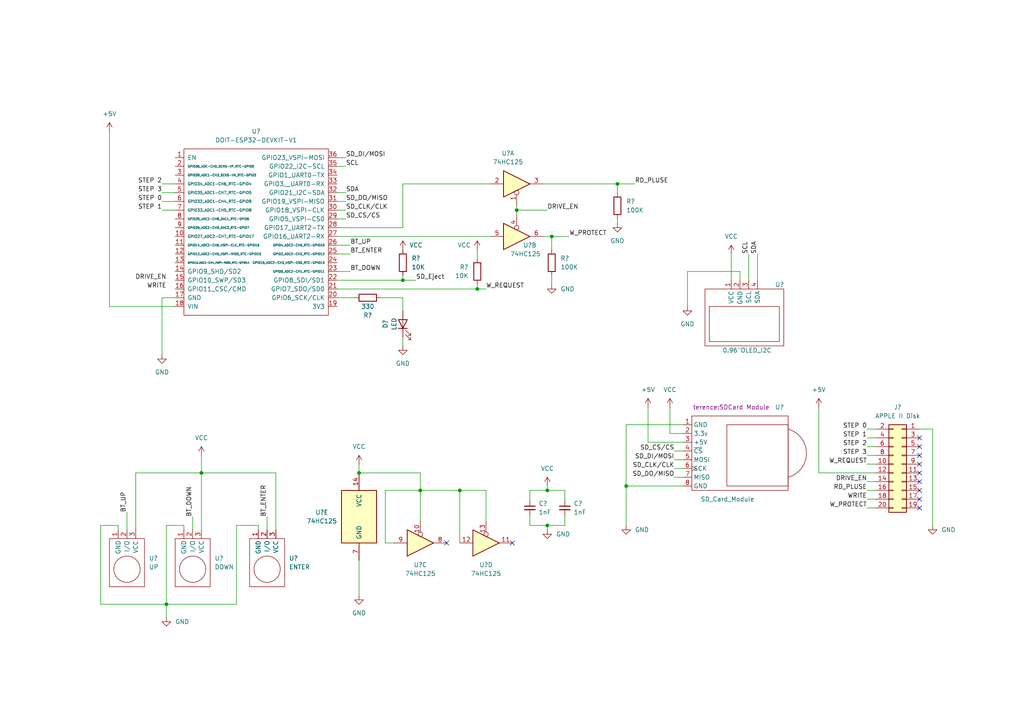
<source format=kicad_sch>
(kicad_sch (version 20211123) (generator eeschema)
  (paper "A4")
  (lib_symbols
    (symbol "74xx_IEEE:74HC125" (pin_names (offset 1.016))
      (property "Reference" "U" (at 0 1.27 0))
      (property "Value" "74HC125" (at 0 -1.27 0))
      (symbol "74HC125_1_0"
        (polyline (pts (xy -3.81 3.81) (xy -3.81 -3.81) (xy 3.81 0) (xy -3.81 3.81)) (stroke (width 0.254)) (fill (type background)))
        (pin input inverted (at 0 -6.35 90) (length 4.445) (name "~") (number "1"))
        (pin input line (at -7.62 0 0) (length 3.81) (name "~") (number "2"))
        (pin tri_state line (at 7.62 0 180) (length 3.81) (name "~") (number "3"))
      )
      (symbol "74HC125_2_0"
        (polyline (pts (xy -3.81 3.81) (xy -3.81 -3.81) (xy 3.81 0) (xy -3.81 3.81)) (stroke (width 0.254)) (fill (type background)))
        (pin input inverted (at 0 -6.35 90) (length 4.445) (name "~") (number "4"))
        (pin input line (at -7.62 0 0) (length 3.81) (name "~") (number "5"))
        (pin tri_state line (at 7.62 0 180) (length 3.81) (name "~") (number "6"))
      )
      (symbol "74HC125_3_0"
        (polyline (pts (xy -3.81 3.81) (xy -3.81 -3.81) (xy 3.81 0) (xy -3.81 3.81)) (stroke (width 0.254)) (fill (type background)))
        (pin input inverted (at 0 -6.35 90) (length 4.445) (name "~") (number "10"))
        (pin tri_state line (at 7.62 0 180) (length 3.81) (name "~") (number "8"))
        (pin input line (at -7.62 0 0) (length 3.81) (name "~") (number "9"))
      )
      (symbol "74HC125_4_0"
        (polyline (pts (xy -3.81 3.81) (xy -3.81 -3.81) (xy 3.81 0) (xy -3.81 3.81)) (stroke (width 0.254)) (fill (type background)))
        (pin tri_state line (at 7.62 0 180) (length 3.81) (name "~") (number "11"))
        (pin input line (at -7.62 0 0) (length 3.81) (name "~") (number "12"))
        (pin input inverted (at 0 -6.35 90) (length 4.445) (name "~") (number "13"))
      )
      (symbol "74HC125_5_0"
        (pin power_in line (at 0 12.7 270) (length 5.08) (name "VCC") (number "14"))
        (pin power_in line (at 0 -12.7 90) (length 5.08) (name "GND") (number "7"))
      )
      (symbol "74HC125_5_1"
        (rectangle (start -5.08 7.62) (end 5.08 -7.62) (stroke (width 0.254)) (fill (type background)))
      )
    )
    (symbol "Connector_Generic:Conn_02x10_Odd_Even" (pin_names (offset 1.016) hide)
      (property "Reference" "J" (at 1.27 12.7 0))
      (property "Value" "Conn_02x10_Odd_Even" (at 1.27 -15.24 0))
      (symbol "Conn_02x10_Odd_Even_1_1"
        (rectangle (start -1.27 -12.573) (end 0 -12.827) (stroke (width 0.1524)))
        (rectangle (start -1.27 -10.033) (end 0 -10.287) (stroke (width 0.1524)))
        (rectangle (start -1.27 -7.493) (end 0 -7.747) (stroke (width 0.1524)))
        (rectangle (start -1.27 -4.953) (end 0 -5.207) (stroke (width 0.1524)))
        (rectangle (start -1.27 -2.413) (end 0 -2.667) (stroke (width 0.1524)))
        (rectangle (start -1.27 0.127) (end 0 -0.127) (stroke (width 0.1524)))
        (rectangle (start -1.27 2.667) (end 0 2.413) (stroke (width 0.1524)))
        (rectangle (start -1.27 5.207) (end 0 4.953) (stroke (width 0.1524)))
        (rectangle (start -1.27 7.747) (end 0 7.493) (stroke (width 0.1524)))
        (rectangle (start -1.27 10.287) (end 0 10.033) (stroke (width 0.1524)))
        (rectangle (start -1.27 11.43) (end 3.81 -13.97) (stroke (width 0.254)) (fill (type background)))
        (rectangle (start 3.81 -12.573) (end 2.54 -12.827) (stroke (width 0.1524)))
        (rectangle (start 3.81 -10.033) (end 2.54 -10.287) (stroke (width 0.1524)))
        (rectangle (start 3.81 -7.493) (end 2.54 -7.747) (stroke (width 0.1524)))
        (rectangle (start 3.81 -4.953) (end 2.54 -5.207) (stroke (width 0.1524)))
        (rectangle (start 3.81 -2.413) (end 2.54 -2.667) (stroke (width 0.1524)))
        (rectangle (start 3.81 0.127) (end 2.54 -0.127) (stroke (width 0.1524)))
        (rectangle (start 3.81 2.667) (end 2.54 2.413) (stroke (width 0.1524)))
        (rectangle (start 3.81 5.207) (end 2.54 4.953) (stroke (width 0.1524)))
        (rectangle (start 3.81 7.747) (end 2.54 7.493) (stroke (width 0.1524)))
        (rectangle (start 3.81 10.287) (end 2.54 10.033) (stroke (width 0.1524)))
        (pin passive line (at -5.08 10.16 0) (length 3.81) (name "Pin_1") (number "1"))
        (pin passive line (at 7.62 0 180) (length 3.81) (name "Pin_10") (number "10"))
        (pin passive line (at -5.08 -2.54 0) (length 3.81) (name "Pin_11") (number "11"))
        (pin passive line (at 7.62 -2.54 180) (length 3.81) (name "Pin_12") (number "12"))
        (pin passive line (at -5.08 -5.08 0) (length 3.81) (name "Pin_13") (number "13"))
        (pin passive line (at 7.62 -5.08 180) (length 3.81) (name "Pin_14") (number "14"))
        (pin passive line (at -5.08 -7.62 0) (length 3.81) (name "Pin_15") (number "15"))
        (pin passive line (at 7.62 -7.62 180) (length 3.81) (name "Pin_16") (number "16"))
        (pin passive line (at -5.08 -10.16 0) (length 3.81) (name "Pin_17") (number "17"))
        (pin passive line (at 7.62 -10.16 180) (length 3.81) (name "Pin_18") (number "18"))
        (pin passive line (at -5.08 -12.7 0) (length 3.81) (name "Pin_19") (number "19"))
        (pin passive line (at 7.62 10.16 180) (length 3.81) (name "Pin_2") (number "2"))
        (pin passive line (at 7.62 -12.7 180) (length 3.81) (name "Pin_20") (number "20"))
        (pin passive line (at -5.08 7.62 0) (length 3.81) (name "Pin_3") (number "3"))
        (pin passive line (at 7.62 7.62 180) (length 3.81) (name "Pin_4") (number "4"))
        (pin passive line (at -5.08 5.08 0) (length 3.81) (name "Pin_5") (number "5"))
        (pin passive line (at 7.62 5.08 180) (length 3.81) (name "Pin_6") (number "6"))
        (pin passive line (at -5.08 2.54 0) (length 3.81) (name "Pin_7") (number "7"))
        (pin passive line (at 7.62 2.54 180) (length 3.81) (name "Pin_8") (number "8"))
        (pin passive line (at -5.08 0 0) (length 3.81) (name "Pin_9") (number "9"))
      )
    )
    (symbol "Device:C_Small" (pin_numbers hide) (pin_names (offset 0.254) hide)
      (property "Reference" "C" (at 0.254 1.778 0))
      (property "Value" "C_Small" (at 0.254 -2.032 0))
      (symbol "C_Small_0_1"
        (polyline (pts (xy -1.524 -0.508) (xy 1.524 -0.508)) (stroke (width 0.3302)))
        (polyline (pts (xy -1.524 0.508) (xy 1.524 0.508)) (stroke (width 0.3048)))
      )
      (symbol "C_Small_1_1"
        (pin passive line (at 0 2.54 270) (length 2.032) (name "~") (number "1"))
        (pin passive line (at 0 -2.54 90) (length 2.032) (name "~") (number "2"))
      )
    )
    (symbol "Device:LED" (pin_numbers hide) (pin_names (offset 1.016) hide)
      (property "Reference" "D" (at 0 2.54 0))
      (property "Value" "LED" (at 0 -2.54 0))
      (symbol "LED_0_1"
        (polyline (pts (xy -1.27 -1.27) (xy -1.27 1.27)) (stroke (width 0.254)))
        (polyline (pts (xy -1.27 0) (xy 1.27 0)))
        (polyline (pts (xy 1.27 -1.27) (xy 1.27 1.27) (xy -1.27 0) (xy 1.27 -1.27)) (stroke (width 0.254)))
        (polyline (pts (xy -3.048 -0.762) (xy -4.572 -2.286) (xy -3.81 -2.286) (xy -4.572 -2.286) (xy -4.572 -1.524)))
        (polyline (pts (xy -1.778 -0.762) (xy -3.302 -2.286) (xy -2.54 -2.286) (xy -3.302 -2.286) (xy -3.302 -1.524)))
      )
      (symbol "LED_1_1"
        (pin passive line (at -3.81 0 0) (length 2.54) (name "K") (number "1"))
        (pin passive line (at 3.81 0 180) (length 2.54) (name "A") (number "2"))
      )
    )
    (symbol "Device:R" (pin_numbers hide) (pin_names (offset 0))
      (property "Reference" "R" (at 2.032 0 90))
      (property "Value" "R" (at 0 0 90))
      (symbol "R_0_1"
        (rectangle (start -1.016 -2.54) (end 1.016 2.54) (stroke (width 0.254)))
      )
      (symbol "R_1_1"
        (pin passive line (at 0 3.81 270) (length 1.27) (name "~") (number "1"))
        (pin passive line (at 0 -3.81 90) (length 1.27) (name "~") (number "2"))
      )
    )
    (symbol "TP223_1"
      (property "Reference" "U?" (at 6.35 -6.9849 0))
      (property "Value" "TP223_1" (at 6.35 -9.5249 0))
      (symbol "TP223_1_0_1"
        (rectangle (start -5.08 -1.27) (end 5.08 -15.24))
        (circle (center 0 -10.16) (radius 3.81))
      )
      (symbol "TP223_1_1_1"
        (pin power_in line (at -2.54 1.27 270) (length 2.54) (name "GND") (number "1"))
        (pin output line (at 0 1.27 270) (length 2.54) (name "I/O") (number "2"))
        (pin output line (at 2.54 1.27 270) (length 2.54) (name "VCC") (number "3"))
      )
    )
    (symbol "TP223_2"
      (property "Reference" "U?" (at 6.35 -6.9849 0))
      (property "Value" "TP223_2" (at 6.35 -9.5249 0))
      (symbol "TP223_2_0_1"
        (rectangle (start -5.08 -1.27) (end 5.08 -15.24))
        (circle (center 0 -10.16) (radius 3.81))
      )
      (symbol "TP223_2_1_1"
        (pin power_in line (at -2.54 1.27 270) (length 2.54) (name "GND") (number "1"))
        (pin output line (at 0 1.27 270) (length 2.54) (name "I/O") (number "2"))
        (pin output line (at 2.54 1.27 270) (length 2.54) (name "VCC") (number "3"))
      )
    )
    (symbol "power:+5V" (power) (pin_names (offset 0))
      (property "Value" "+5V" (at 0 3.556 0))
      (symbol "+5V_0_1"
        (polyline (pts (xy -0.762 1.27) (xy 0 2.54)))
        (polyline (pts (xy 0 0) (xy 0 2.54)))
        (polyline (pts (xy 0 2.54) (xy 0.762 1.27)))
      )
      (symbol "+5V_1_1"
        (pin power_in line (at 0 0 90) (length 0) hide (name "+5V") (number "1"))
      )
    )
    (symbol "power:GND" (power) (pin_names (offset 0))
      (property "Value" "GND" (at 0 -3.81 0))
      (symbol "GND_0_1"
        (polyline (pts (xy 0 0) (xy 0 -1.27) (xy 1.27 -1.27) (xy 0 -2.54) (xy -1.27 -1.27) (xy 0 -1.27)))
      )
      (symbol "GND_1_1"
        (pin power_in line (at 0 0 270) (length 0) hide (name "GND") (number "1"))
      )
    )
    (symbol "power:VCC" (power) (pin_names (offset 0))
      (property "Value" "VCC" (at 0 3.81 0))
      (symbol "VCC_0_1"
        (polyline (pts (xy -0.762 1.27) (xy 0 2.54)))
        (polyline (pts (xy 0 0) (xy 0 2.54)))
        (polyline (pts (xy 0 2.54) (xy 0.762 1.27)))
      )
      (symbol "VCC_1_1"
        (pin power_in line (at 0 0 90) (length 0) hide (name "VCC") (number "1"))
      )
    )
    (symbol "terence:0.96{dblquote}OLED_I2C"
      (property "Reference" "U" (at 1.27 1.27 0))
      (property "Value" "0.96{dblquote}OLED_I2C" (at 11.43 -19.05 0))
      (symbol "0.96{dblquote}OLED_I2C_0_1"
        (rectangle (start 0 0) (end 22.86 -16.51))
        (rectangle (start 1.27 -5.08) (end 21.59 -15.24))
      )
      (symbol "0.96{dblquote}OLED_I2C_1_1"
        (pin power_in line (at 7.62 2.54 270) (length 2.54) (name "VCC") (number "1"))
        (pin power_in line (at 10.16 2.54 270) (length 2.54) (name "GND") (number "2"))
        (pin power_in line (at 12.7 2.54 270) (length 2.54) (name "SCL") (number "3"))
        (pin power_in line (at 15.24 2.54 270) (length 2.54) (name "SDA") (number "4"))
      )
    )
    (symbol "terence:DOIT-ESP32-DEVKIT-V1" (pin_names (offset 1.016))
      (property "Reference" "U" (at -1.27 11.43 0))
      (property "Value" "DOIT-ESP32-DEVKIT-V1" (at 0 13.97 0))
      (symbol "DOIT-ESP32-DEVKIT-V1_0_1"
        (rectangle (start 20.32 10.16) (end -21.59 -38.1))
      )
      (symbol "DOIT-ESP32-DEVKIT-V1_1_1"
        (pin output line (at -24.13 7.62 0) (length 2.54) (name "EN") (number "1"))
        (pin bidirectional line (at -24.13 -15.24 0) (length 2.54) (name "GPIO27_ADC2-CH7_RTC-GPIO17") (number "10"))
        (pin bidirectional line (at -24.13 -17.78 0) (length 2.54) (name "GPIO14_ADC2-CH6_HSPI-CLK_RTC-GPIO16") (number "11"))
        (pin bidirectional line (at -24.13 -20.32 0) (length 2.54) (name "GPIO12_ADC2-CH5_HSPI-MISO_RTC-GPIO15") (number "12"))
        (pin bidirectional line (at -24.13 -22.86 0) (length 2.54) (name "GPIO13_ADC2-CH4_HSPI-MOSI_RTC-GPIO14") (number "13"))
        (pin unspecified line (at -24.13 -25.4 0) (length 2.54) (name "GPIO9_SHD/SD2") (number "14"))
        (pin unspecified line (at -24.13 -27.94 0) (length 2.54) (name "GPIO10_SWP/SD3") (number "15"))
        (pin unspecified line (at -24.13 -30.48 0) (length 2.54) (name "GPIO11_CSC/CMD") (number "16"))
        (pin bidirectional line (at -24.13 -33.02 0) (length 2.54) (name "GND") (number "17"))
        (pin bidirectional line (at -24.13 -35.56 0) (length 2.54) (name "VIN") (number "18"))
        (pin output line (at 22.86 -35.56 180) (length 2.54) (name "3V3") (number "19"))
        (pin bidirectional line (at -24.13 5.08 0) (length 2.54) (name "GPIO36_ADC-CH0_SENS-VP_RTC-GPIO0") (number "2"))
        (pin unspecified line (at 22.86 -33.02 180) (length 2.54) (name "GPIO6_SCK/CLK") (number "20"))
        (pin unspecified line (at 22.86 -30.48 180) (length 2.54) (name "GPIO7_SDO/SD0") (number "21"))
        (pin unspecified line (at 22.86 -27.94 180) (length 2.54) (name "GPIO8_SDI/SD1") (number "22"))
        (pin bidirectional line (at 22.86 -25.4 180) (length 2.54) (name "GPIO0_ADC2-CH1_RTC-GPIO11") (number "23"))
        (pin bidirectional line (at 22.86 -22.86 180) (length 2.54) (name "GPIO15_ADC2-CH3_HSPI-CS0_RTC-GPIO13") (number "24"))
        (pin bidirectional line (at 22.86 -20.32 180) (length 2.54) (name "GPIO2_ADC2-CH2_RTC-GPIO12") (number "25"))
        (pin bidirectional line (at 22.86 -17.78 180) (length 2.54) (name "GPIO4_ADC2-CH0_RTC-GPIO10") (number "26"))
        (pin bidirectional line (at 22.86 -15.24 180) (length 2.54) (name "GPIO16_UART2-RX") (number "27"))
        (pin bidirectional line (at 22.86 -12.7 180) (length 2.54) (name "GPIO17_UART2-TX") (number "28"))
        (pin bidirectional line (at 22.86 -10.16 180) (length 2.54) (name "GPIO5_VSPI-CS0") (number "29"))
        (pin bidirectional line (at -24.13 2.54 0) (length 2.54) (name "GPIO39_ADC1-CH3_SENS-VN_RTC-GPIO3") (number "3"))
        (pin bidirectional line (at 22.86 -7.62 180) (length 2.54) (name "GPIO18_VSPI-CLK") (number "30"))
        (pin bidirectional line (at 22.86 -5.08 180) (length 2.54) (name "GPIO19_VSPI-MISO") (number "31"))
        (pin bidirectional line (at 22.86 -2.54 180) (length 2.54) (name "GPIO21_I2C-SDA") (number "32"))
        (pin bidirectional line (at 22.86 0 180) (length 2.54) (name "GPIO3__UART0-RX") (number "33"))
        (pin bidirectional line (at 22.86 2.54 180) (length 2.54) (name "GPIO1_UART0-TX") (number "34"))
        (pin bidirectional line (at 22.86 5.08 180) (length 2.54) (name "GPIO22_I2C-SCL") (number "35"))
        (pin bidirectional line (at 22.86 7.62 180) (length 2.54) (name "GPIO23_VSPI-MOSI") (number "36"))
        (pin bidirectional line (at -24.13 0 0) (length 2.54) (name "GPIO34_ADC1-CH6_RTC-GPIO4") (number "4"))
        (pin bidirectional line (at -24.13 -2.54 0) (length 2.54) (name "GPIO35_ADC1-CH7_RTC-GPIO5") (number "5"))
        (pin bidirectional line (at -24.13 -5.08 0) (length 2.54) (name "GPIO32_ADC1-CH4_RTC-GPIO9") (number "6"))
        (pin bidirectional line (at -24.13 -7.62 0) (length 2.54) (name "GPIO33_ADC1-CH5_RTC-GPIO8") (number "7"))
        (pin bidirectional line (at -24.13 -10.16 0) (length 2.54) (name "GPIO25_ADC2-CH8_DAC1_RTC-GPIO6") (number "8"))
        (pin bidirectional line (at -24.13 -12.7 0) (length 2.54) (name "GPIO26_ADC2-CH9_DAC2_RTC-GPIO7") (number "9"))
      )
    )
    (symbol "terence:SD_Card_Module"
      (property "Reference" "U" (at -10.16 -1.27 0))
      (property "Value" "SD_Card_Module" (at 3.81 -1.27 0))
      (symbol "SD_Card_Module_0_1"
        (rectangle (start -11.43 -2.54) (end 16.51 -24.13))
        (rectangle (start -1.27 -5.08) (end 16.51 -22.86))
        (arc (start 16.51 -20.32) (mid 25.7169 -13.335) (end 16.51 -6.35))
      )
      (symbol "SD_Card_Module_1_1"
        (pin power_in line (at -13.97 -5.08 0) (length 2.54) (name "GND") (number "1"))
        (pin power_in line (at -13.97 -7.62 0) (length 2.54) (name "3.3v") (number "2"))
        (pin power_in line (at -13.97 -10.16 0) (length 2.54) (name "+5V") (number "3"))
        (pin input line (at -13.97 -12.7 0) (length 2.54) (name "~{CS}") (number "4"))
        (pin output line (at -13.97 -15.24 0) (length 2.54) (name "MOSI") (number "5"))
        (pin input clock (at -13.97 -17.78 0) (length 2.54) (name "SCK") (number "6"))
        (pin input line (at -13.97 -20.32 0) (length 2.54) (name "MISO") (number "7"))
        (pin power_in line (at -13.97 -22.86 0) (length 2.54) (name "GND") (number "8"))
      )
    )
    (symbol "terence:TP223"
      (property "Reference" "U?" (at 6.35 -6.9849 0))
      (property "Value" "TP223" (at 6.35 -9.5249 0))
      (symbol "TP223_0_1"
        (rectangle (start -5.08 -1.27) (end 5.08 -15.24))
        (circle (center 0 -10.16) (radius 3.81))
      )
      (symbol "TP223_1_1"
        (pin power_in line (at -2.54 1.27 270) (length 2.54) (name "GND") (number "1"))
        (pin output line (at 0 1.27 270) (length 2.54) (name "I/O") (number "2"))
        (pin output line (at 2.54 1.27 270) (length 2.54) (name "VCC") (number "3"))
      )
    )
  )
  (junction (at 121.92 142.24))
  (junction (at 133.35 142.24))
  (junction (at 149.86 60.96))
  (junction (at 160.02 68.58))
  (junction (at 181.61 140.97))
  (junction (at 116.84 81.28))
  (junction (at 158.75 142.24))
  (junction (at 48.26 175.26))
  (junction (at 179.07 53.34))
  (junction (at 58.42 137.16))
  (junction (at 158.75 152.4))
  (junction (at 104.14 137.16))
  (junction (at 138.43 83.82))
  (no_connect (at 266.7 137.16))
  (no_connect (at 266.7 127))
  (no_connect (at 148.59 157.48))
  (no_connect (at 266.7 147.32))
  (no_connect (at 266.7 134.62))
  (no_connect (at 266.7 142.24))
  (no_connect (at 266.7 132.08))
  (no_connect (at 266.7 144.78))
  (no_connect (at 266.7 139.7))
  (no_connect (at 129.54 157.48))
  (no_connect (at 266.7 129.54))
  (wire (pts (xy 58.42 153.67) (xy 58.42 137.16)))
  (wire (pts (xy 116.84 90.17) (xy 116.84 86.36)))
  (wire (pts (xy 181.61 123.19) (xy 181.61 140.97)))
  (wire (pts (xy 149.86 60.96) (xy 149.86 62.23)))
  (wire (pts (xy 121.92 137.16) (xy 104.14 137.16)))
  (wire (pts (xy 142.24 53.34) (xy 116.84 53.34)))
  (wire (pts (xy 31.75 38.1) (xy 31.75 88.9)))
  (wire (pts (xy 179.07 63.5) (xy 179.07 64.77)))
  (wire (pts (xy 48.26 152.4) (xy 48.26 175.26)))
  (wire (pts (xy 195.58 135.89) (xy 198.12 135.89)))
  (wire (pts (xy 219.71 73.66) (xy 219.71 81.28)))
  (wire (pts (xy 97.79 63.5) (xy 100.33 63.5)))
  (wire (pts (xy 97.79 58.42) (xy 100.33 58.42)))
  (wire (pts (xy 251.46 132.08) (xy 254 132.08)))
  (wire (pts (xy 138.43 72.39) (xy 138.43 74.93)))
  (wire (pts (xy 163.83 142.24) (xy 163.83 144.78)))
  (wire (pts (xy 121.92 142.24) (xy 121.92 137.16)))
  (wire (pts (xy 195.58 130.81) (xy 198.12 130.81)))
  (wire (pts (xy 111.76 142.24) (xy 121.92 142.24)))
  (wire (pts (xy 74.93 153.67) (xy 74.93 152.4)))
  (wire (pts (xy 153.67 149.86) (xy 153.67 152.4)))
  (wire (pts (xy 158.75 140.97) (xy 158.75 142.24)))
  (wire (pts (xy 46.99 60.96) (xy 50.8 60.96)))
  (wire (pts (xy 251.46 134.62) (xy 254 134.62)))
  (wire (pts (xy 31.75 88.9) (xy 50.8 88.9)))
  (wire (pts (xy 80.01 153.67) (xy 80.01 137.16)))
  (wire (pts (xy 97.79 66.04) (xy 116.84 66.04)))
  (wire (pts (xy 121.92 142.24) (xy 133.35 142.24)))
  (wire (pts (xy 194.31 125.73) (xy 198.12 125.73)))
  (wire (pts (xy 160.02 80.01) (xy 160.02 82.55)))
  (wire (pts (xy 157.48 53.34) (xy 179.07 53.34)))
  (wire (pts (xy 195.58 138.43) (xy 198.12 138.43)))
  (wire (pts (xy 29.21 152.4) (xy 29.21 175.26)))
  (wire (pts (xy 251.46 147.32) (xy 254 147.32)))
  (wire (pts (xy 97.79 86.36) (xy 102.87 86.36)))
  (wire (pts (xy 39.37 137.16) (xy 58.42 137.16)))
  (wire (pts (xy 46.99 58.42) (xy 50.8 58.42)))
  (wire (pts (xy 158.75 152.4) (xy 153.67 152.4)))
  (wire (pts (xy 251.46 139.7) (xy 254 139.7)))
  (wire (pts (xy 97.79 48.26) (xy 100.33 48.26)))
  (wire (pts (xy 97.79 55.88) (xy 100.33 55.88)))
  (wire (pts (xy 237.49 137.16) (xy 254 137.16)))
  (wire (pts (xy 97.79 83.82) (xy 138.43 83.82)))
  (wire (pts (xy 251.46 127) (xy 254 127)))
  (wire (pts (xy 104.14 162.56) (xy 104.14 172.72)))
  (wire (pts (xy 116.84 53.34) (xy 116.84 66.04)))
  (wire (pts (xy 39.37 153.67) (xy 39.37 137.16)))
  (wire (pts (xy 217.17 73.66) (xy 217.17 81.28)))
  (wire (pts (xy 149.86 59.69) (xy 149.86 60.96)))
  (wire (pts (xy 55.88 149.86) (xy 55.88 153.67)))
  (wire (pts (xy 36.83 148.59) (xy 36.83 153.67)))
  (wire (pts (xy 114.3 157.48) (xy 111.76 157.48)))
  (wire (pts (xy 158.75 152.4) (xy 158.75 153.67)))
  (wire (pts (xy 212.09 73.66) (xy 212.09 81.28)))
  (wire (pts (xy 34.29 152.4) (xy 34.29 153.67)))
  (wire (pts (xy 46.99 55.88) (xy 50.8 55.88)))
  (wire (pts (xy 97.79 71.12) (xy 101.6 71.12)))
  (wire (pts (xy 53.34 152.4) (xy 48.26 152.4)))
  (wire (pts (xy 163.83 149.86) (xy 163.83 152.4)))
  (wire (pts (xy 68.58 175.26) (xy 48.26 175.26)))
  (wire (pts (xy 214.63 78.74) (xy 199.39 78.74)))
  (wire (pts (xy 158.75 142.24) (xy 163.83 142.24)))
  (wire (pts (xy 266.7 124.46) (xy 270.51 124.46)))
  (wire (pts (xy 138.43 82.55) (xy 138.43 83.82)))
  (wire (pts (xy 195.58 133.35) (xy 198.12 133.35)))
  (wire (pts (xy 68.58 152.4) (xy 68.58 175.26)))
  (wire (pts (xy 110.49 86.36) (xy 116.84 86.36)))
  (wire (pts (xy 58.42 137.16) (xy 80.01 137.16)))
  (wire (pts (xy 149.86 60.96) (xy 158.75 60.96)))
  (wire (pts (xy 157.48 68.58) (xy 160.02 68.58)))
  (wire (pts (xy 251.46 144.78) (xy 254 144.78)))
  (wire (pts (xy 179.07 53.34) (xy 179.07 55.88)))
  (wire (pts (xy 187.96 128.27) (xy 198.12 128.27)))
  (wire (pts (xy 153.67 142.24) (xy 158.75 142.24)))
  (wire (pts (xy 97.79 81.28) (xy 116.84 81.28)))
  (wire (pts (xy 140.97 142.24) (xy 140.97 151.13)))
  (wire (pts (xy 74.93 152.4) (xy 68.58 152.4)))
  (wire (pts (xy 251.46 129.54) (xy 254 129.54)))
  (wire (pts (xy 251.46 124.46) (xy 254 124.46)))
  (wire (pts (xy 97.79 73.66) (xy 101.6 73.66)))
  (wire (pts (xy 194.31 118.11) (xy 194.31 125.73)))
  (wire (pts (xy 58.42 137.16) (xy 58.42 132.08)))
  (wire (pts (xy 251.46 142.24) (xy 254 142.24)))
  (wire (pts (xy 48.26 175.26) (xy 48.26 179.07)))
  (wire (pts (xy 46.99 86.36) (xy 50.8 86.36)))
  (wire (pts (xy 111.76 157.48) (xy 111.76 142.24)))
  (wire (pts (xy 153.67 142.24) (xy 153.67 144.78)))
  (wire (pts (xy 121.92 142.24) (xy 121.92 151.13)))
  (wire (pts (xy 77.47 149.86) (xy 77.47 153.67)))
  (wire (pts (xy 160.02 68.58) (xy 165.1 68.58)))
  (wire (pts (xy 198.12 140.97) (xy 181.61 140.97)))
  (wire (pts (xy 116.84 97.79) (xy 116.84 100.33)))
  (wire (pts (xy 198.12 123.19) (xy 181.61 123.19)))
  (wire (pts (xy 34.29 152.4) (xy 29.21 152.4)))
  (wire (pts (xy 199.39 78.74) (xy 199.39 88.9)))
  (wire (pts (xy 133.35 157.48) (xy 133.35 142.24)))
  (wire (pts (xy 214.63 81.28) (xy 214.63 78.74)))
  (wire (pts (xy 97.79 78.74) (xy 101.6 78.74)))
  (wire (pts (xy 46.99 102.87) (xy 46.99 86.36)))
  (wire (pts (xy 133.35 142.24) (xy 140.97 142.24)))
  (wire (pts (xy 104.14 134.62) (xy 104.14 137.16)))
  (wire (pts (xy 160.02 68.58) (xy 160.02 72.39)))
  (wire (pts (xy 46.99 53.34) (xy 50.8 53.34)))
  (wire (pts (xy 29.21 175.26) (xy 48.26 175.26)))
  (wire (pts (xy 181.61 140.97) (xy 181.61 152.4)))
  (wire (pts (xy 97.79 45.72) (xy 100.33 45.72)))
  (wire (pts (xy 97.79 68.58) (xy 142.24 68.58)))
  (wire (pts (xy 97.79 60.96) (xy 100.33 60.96)))
  (wire (pts (xy 138.43 83.82) (xy 140.97 83.82)))
  (wire (pts (xy 53.34 152.4) (xy 53.34 153.67)))
  (wire (pts (xy 187.96 118.11) (xy 187.96 128.27)))
  (wire (pts (xy 116.84 81.28) (xy 120.65 81.28)))
  (wire (pts (xy 116.84 80.01) (xy 116.84 81.28)))
  (wire (pts (xy 237.49 118.11) (xy 237.49 137.16)))
  (wire (pts (xy 179.07 53.34) (xy 184.15 53.34)))
  (wire (pts (xy 270.51 124.46) (xy 270.51 152.4)))
  (wire (pts (xy 158.75 152.4) (xy 163.83 152.4)))
  (label "STEP 2" (at 46.99 53.34 180))
  (label "STEP 0" (at 46.99 58.42 180))
  (label "DRIVE_EN" (at 48.26 81.28 180))
  (label "DRIVE_EN" (at 251.46 139.7 180))
  (label "W_PROTECT" (at 251.46 147.32 180))
  (label "SCL" (at 217.17 73.66 90))
  (label "WRITE" (at 251.46 144.78 180))
  (label "RD_PLUSE" (at 251.46 142.24 180))
  (label "SD_CLK{slash}CLK" (at 195.58 135.89 180))
  (label "SD_DO{slash}MISO" (at 195.58 138.43 180))
  (label "SD_DI{slash}MOSI" (at 195.58 133.35 180))
  (label "SD_CS{slash}CS" (at 195.58 130.81 180))
  (label "STEP 3" (at 251.46 132.08 180))
  (label "SCL" (at 100.33 48.26 0))
  (label "SDA" (at 219.71 73.66 90))
  (label "RD_PLUSE" (at 184.15 53.34 0))
  (label "W_REQUEST" (at 140.97 83.82 0))
  (label "DRIVE_EN" (at 158.75 60.96 0))
  (label "BT_DOWN" (at 101.6 78.74 0))
  (label "STEP 0" (at 251.46 124.46 180))
  (label "SD_CS{slash}CS" (at 100.33 63.5 0))
  (label "STEP 1" (at 46.99 60.96 180))
  (label "BT_ENTER" (at 77.47 149.86 90))
  (label "SD_CLK{slash}CLK" (at 100.33 60.96 0))
  (label "STEP 3" (at 46.99 55.88 180))
  (label "SD_Eject" (at 120.65 81.28 0))
  (label "W_REQUEST" (at 251.46 134.62 180))
  (label "STEP 2" (at 251.46 129.54 180))
  (label "BT_UP" (at 36.83 148.59 90))
  (label "BT_UP" (at 101.6 71.12 0))
  (label "STEP 1" (at 251.46 127 180))
  (label "WRITE" (at 48.26 83.82 180))
  (label "BT_ENTER" (at 101.6 73.66 0))
  (label "SD_DI{slash}MOSI" (at 100.33 45.72 0))
  (label "W_PROTECT" (at 165.1 68.58 0))
  (label "SDA" (at 100.33 55.88 0))
  (label "BT_DOWN" (at 55.88 149.86 90))
  (label "SD_DO{slash}MISO" (at 100.33 58.42 0))
  (symbol (lib_id "Device:R") (at 116.84 76.2 0) (unit 1)
    (property "Reference" "R?" (at 119.38 74.9299 0) (effects (justify left)))
    (property "Value" "10K" (at 119.38 77.4699 0) (effects (justify left)))
    (property "Footprint" "Resistor_SMD:R_0805_2012Metric" (effects hide))
  )
  (symbol (lib_id "power:VCC") (at 194.31 118.11 0) (unit 1)
    (property "Reference" "#PWR?" (effects hide))
    (property "Value" "VCC" (at 194.31 113.03 0))
  )
  (symbol (lib_id "power:VCC") (at 212.09 73.66 0) (unit 1)
    (property "Reference" "#PWR?" (effects hide))
    (property "Value" "VCC" (at 212.09 68.58 0))
  )
  (symbol (lib_id "power:GND") (at 104.14 172.72 0) (unit 1)
    (property "Reference" "#PWR?" (effects hide))
    (property "Value" "GND" (at 104.14 177.8 0))
  )
  (symbol (lib_id "Device:R") (at 179.07 59.69 0) (unit 1)
    (property "Reference" "R?" (at 181.61 58.4199 0) (effects (justify left)))
    (property "Value" "100K" (at 181.61 60.9599 0) (effects (justify left)))
    (property "Footprint" "Resistor_SMD:R_0805_2012Metric" (effects hide))
  )
  (symbol (lib_id "power:+5V") (at 31.75 38.1 0) (unit 1)
    (property "Reference" "#PWR?" (effects hide))
    (property "Value" "+5V" (at 31.75 33.02 0))
  )
  (symbol (lib_id "Device:C_Small") (at 153.67 147.32 0) (unit 1)
    (property "Reference" "C?" (at 156.21 146.05 0) (effects (justify left)))
    (property "Value" "1nF" (at 156.21 148.59 0) (effects (justify left)))
    (property "Footprint" "Capacitor_SMD:C_0805_2012Metric" (effects hide))
  )
  (symbol (lib_id "74xx_IEEE:74HC125") (at 149.86 53.34 0) (unit 1)
    (property "Reference" "U?" (at 147.32 44.45 0))
    (property "Value" "74HC125" (at 147.32 46.99 0))
    (property "Footprint" "Package_DIP:DIP-14_W7.62mm" (effects hide))
    (property "Datasheet" "http://www.ti.com/lit/gpn/sn74LS125" (effects hide))
  )
  (symbol (lib_id "power:VCC") (at 138.43 72.39 0) (mirror y) (unit 1)
    (property "Reference" "#PWR?" (effects hide))
    (property "Value" "VCC" (at 134.62 71.12 0))
  )
  (symbol (lib_name "TP223_2") (lib_id "terence:TP223") (at 77.47 154.94 0) (unit 1)
    (property "Reference" "U?" (at 83.82 161.9249 0) (effects (justify left)))
    (property "Value" "ENTER" (at 83.82 164.4649 0) (effects (justify left)))
    (property "Footprint" "terence:TP223" (effects hide))
  )
  (symbol (lib_id "74xx_IEEE:74HC125") (at 140.97 157.48 0) (mirror x) (unit 4)
    (property "Reference" "U?" (at 140.97 163.83 0))
    (property "Value" "74HC125" (at 140.97 166.37 0))
    (property "Footprint" "Package_DIP:DIP-14_W7.62mm" (effects hide))
    (property "Datasheet" "http://www.ti.com/lit/gpn/sn74LS125" (effects hide))
  )
  (symbol (lib_id "power:GND") (at 199.39 88.9 0) (unit 1)
    (property "Reference" "#PWR?" (effects hide))
    (property "Value" "GND" (at 199.39 93.98 0))
  )
  (symbol (lib_id "terence:0.96{dblquote}OLED_I2C") (at 204.47 83.82 0) (unit 1)
    (property "Reference" "U?" (at 224.79 82.55 0) (effects (justify left)))
    (property "Value" "0.96\"OLED_I2C" (at 209.55 101.6 0) (effects (justify left)))
    (property "Footprint" "terence:0.96OLED I2C" (effects hide))
  )
  (symbol (lib_id "power:VCC") (at 158.75 140.97 0) (unit 1)
    (property "Reference" "#PWR?" (effects hide))
    (property "Value" "VCC" (at 158.75 135.89 0))
  )
  (symbol (lib_id "terence:SD_Card_Module") (at 212.09 118.11 0) (unit 1)
    (property "Reference" "U?" (at 224.79 118.11 0) (effects (justify left)))
    (property "Value" "SD_Card_Module" (at 203.2 144.78 0) (effects (justify left)))
    (property "Footprint" "terence:SDCard Module" (at 212.09 118.11 0))
  )
  (symbol (lib_id "Device:R") (at 138.43 78.74 0) (mirror y) (unit 1)
    (property "Reference" "R?" (at 135.89 77.4699 0) (effects (justify left)))
    (property "Value" "10K" (at 135.89 80.0099 0) (effects (justify left)))
    (property "Footprint" "Resistor_SMD:R_0805_2012Metric" (effects hide))
  )
  (symbol (lib_id "power:+5V") (at 187.96 118.11 0) (unit 1)
    (property "Reference" "#PWR?" (effects hide))
    (property "Value" "+5V" (at 187.96 113.03 0))
  )
  (symbol (lib_id "Device:R") (at 160.02 76.2 0) (unit 1)
    (property "Reference" "R?" (at 162.56 74.9299 0) (effects (justify left)))
    (property "Value" "100K" (at 162.56 77.4699 0) (effects (justify left)))
    (property "Footprint" "Resistor_SMD:R_0805_2012Metric" (effects hide))
  )
  (symbol (lib_id "power:GND") (at 160.02 82.55 0) (unit 1)
    (property "Reference" "#PWR?" (effects hide))
    (property "Value" "GND" (at 162.56 83.8199 0) (effects (justify left)))
  )
  (symbol (lib_id "terence:DOIT-ESP32-DEVKIT-V1") (at 74.93 53.34 0) (unit 1)
    (property "Reference" "U?" (at 74.295 38.1 0))
    (property "Value" "DOIT-ESP32-DEVKIT-V1" (at 74.295 40.64 0))
  )
  (symbol (lib_id "power:VCC") (at 116.84 72.39 0) (unit 1)
    (property "Reference" "#PWR?" (effects hide))
    (property "Value" "VCC" (at 120.65 71.12 0))
  )
  (symbol (lib_id "power:VCC") (at 104.14 134.62 0) (unit 1)
    (property "Reference" "#PWR?" (effects hide))
    (property "Value" "VCC" (at 104.14 129.54 0))
  )
  (symbol (lib_id "Device:C_Small") (at 163.83 147.32 0) (unit 1)
    (property "Reference" "C?" (at 166.37 146.05 0) (effects (justify left)))
    (property "Value" "1nF" (at 166.37 148.59 0) (effects (justify left)))
    (property "Footprint" "Capacitor_SMD:C_0805_2012Metric" (effects hide))
  )
  (symbol (lib_id "power:GND") (at 270.51 152.4 0) (unit 1)
    (property "Reference" "#PWR?" (effects hide))
    (property "Value" "GND" (at 273.05 153.6699 0) (effects (justify left)))
  )
  (symbol (lib_id "power:GND") (at 116.84 100.33 0) (unit 1)
    (property "Reference" "#PWR?" (effects hide))
    (property "Value" "GND" (at 116.84 105.41 0))
  )
  (symbol (lib_id "power:GND") (at 179.07 64.77 0) (unit 1)
    (property "Reference" "#PWR?" (effects hide))
    (property "Value" "GND" (at 179.07 69.85 0))
  )
  (symbol (lib_id "terence:TP223") (at 36.83 154.94 0) (unit 1)
    (property "Reference" "U?" (at 43.18 161.9249 0) (effects (justify left)))
    (property "Value" "UP" (at 43.18 164.4649 0) (effects (justify left)))
    (property "Footprint" "terence:TP223" (effects hide))
  )
  (symbol (lib_id "power:+5V") (at 237.49 118.11 0) (unit 1)
    (property "Reference" "#PWR?" (effects hide))
    (property "Value" "+5V" (at 237.49 113.03 0))
  )
  (symbol (lib_id "Device:LED") (at 116.84 93.98 90) (unit 1)
    (property "Reference" "D?" (at 111.76 93.98 0))
    (property "Value" "LED" (at 114.3 93.98 0))
    (property "Footprint" "LED_SMD:LED_0805_2012Metric" (effects hide))
  )
  (symbol (lib_id "power:VCC") (at 58.42 132.08 0) (unit 1)
    (property "Reference" "#PWR?" (effects hide))
    (property "Value" "VCC" (at 58.42 127 0))
  )
  (symbol (lib_id "power:GND") (at 48.26 179.07 0) (unit 1)
    (property "Reference" "#PWR?" (effects hide))
    (property "Value" "GND" (at 50.8 180.3399 0) (effects (justify left)))
  )
  (symbol (lib_id "power:GND") (at 158.75 153.67 0) (unit 1)
    (property "Reference" "#PWR?" (effects hide))
    (property "Value" "GND" (at 161.29 154.9399 0) (effects (justify left)))
  )
  (symbol (lib_id "74xx_IEEE:74HC125") (at 149.86 68.58 0) (mirror x) (unit 2)
    (property "Reference" "U?" (at 153.67 71.12 0))
    (property "Value" "74HC125" (at 152.4 73.66 0))
    (property "Footprint" "Package_DIP:DIP-14_W7.62mm" (effects hide))
    (property "Datasheet" "http://www.ti.com/lit/gpn/sn74LS125" (effects hide))
  )
  (symbol (lib_id "Device:R") (at 106.68 86.36 90) (unit 1)
    (property "Reference" "R?" (at 106.68 91.44 90))
    (property "Value" "330" (at 106.68 88.9 90))
    (property "Footprint" "Resistor_SMD:R_0805_2012Metric" (effects hide))
  )
  (symbol (lib_id "74xx_IEEE:74HC125") (at 121.92 157.48 0) (mirror x) (unit 3)
    (property "Reference" "U?" (at 121.92 163.83 0))
    (property "Value" "74HC125" (at 121.92 166.37 0))
    (property "Footprint" "Package_DIP:DIP-14_W7.62mm" (effects hide))
    (property "Datasheet" "http://www.ti.com/lit/gpn/sn74LS125" (effects hide))
  )
  (symbol (lib_id "74xx_IEEE:74HC125") (at 104.14 149.86 0) (unit 5)
    (property "Reference" "U?" (at 91.44 148.59 0) (effects (justify left)))
    (property "Value" "74HC125" (at 88.9 151.13 0) (effects (justify left)))
    (property "Footprint" "Package_DIP:DIP-14_W7.62mm" (effects hide))
    (property "Datasheet" "http://www.ti.com/lit/gpn/sn74LS125" (effects hide))
  )
  (symbol (lib_name "TP223_1") (lib_id "terence:TP223") (at 55.88 154.94 0) (unit 1)
    (property "Reference" "U?" (at 62.23 161.9249 0) (effects (justify left)))
    (property "Value" "DOWN" (at 62.23 164.4649 0) (effects (justify left)))
    (property "Footprint" "terence:TP223" (effects hide))
  )
  (symbol (lib_id "power:GND") (at 46.99 102.87 0) (unit 1)
    (property "Reference" "#PWR?" (effects hide))
    (property "Value" "GND" (at 46.99 107.95 0))
  )
  (symbol (lib_id "power:GND") (at 181.61 152.4 0) (unit 1)
    (property "Reference" "#PWR?" (effects hide))
    (property "Value" "GND" (at 184.15 153.6699 0) (effects (justify left)))
  )
  (symbol (lib_id "Connector_Generic:Conn_02x10_Odd_Even") (at 261.62 134.62 0) (mirror y) (unit 1)
    (property "Reference" "J?" (at 260.35 118.11 0))
    (property "Value" "APPLE II Disk" (at 260.35 120.65 0))
    (property "Footprint" "Connector_IDC:IDC-Header_2x10_P2.54mm_Vertical" (effects hide))
  )
)
</source>
